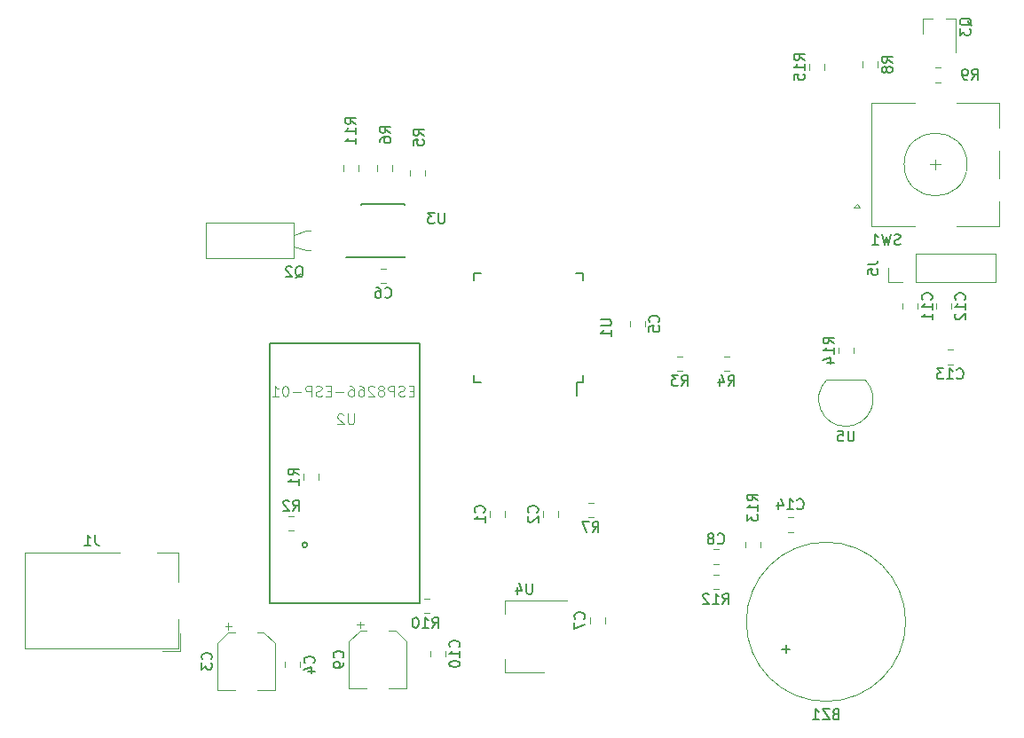
<source format=gbr>
G04 #@! TF.GenerationSoftware,KiCad,Pcbnew,(5.0.1)-3*
G04 #@! TF.CreationDate,2018-11-20T19:11:30+01:00*
G04 #@! TF.ProjectId,WeatherClock,57656174686572436C6F636B2E6B6963,rev?*
G04 #@! TF.SameCoordinates,Original*
G04 #@! TF.FileFunction,Legend,Bot*
G04 #@! TF.FilePolarity,Positive*
%FSLAX46Y46*%
G04 Gerber Fmt 4.6, Leading zero omitted, Abs format (unit mm)*
G04 Created by KiCad (PCBNEW (5.0.1)-3) date 20.11.2018 19:11:30*
%MOMM*%
%LPD*%
G01*
G04 APERTURE LIST*
%ADD10C,0.120000*%
%ADD11C,0.150000*%
%ADD12C,0.200000*%
%ADD13C,0.050000*%
G04 APERTURE END LIST*
D10*
G04 #@! TO.C,C14*
X166108748Y-116407000D02*
X166631252Y-116407000D01*
X166108748Y-114987000D02*
X166631252Y-114987000D01*
G04 #@! TO.C,Q3*
X179014000Y-67415000D02*
X179014000Y-68875000D01*
X182174000Y-67415000D02*
X182174000Y-70575000D01*
X182174000Y-67415000D02*
X181244000Y-67415000D01*
X179014000Y-67415000D02*
X179944000Y-67415000D01*
G04 #@! TO.C,R15*
X169620000Y-71756748D02*
X169620000Y-72279252D01*
X168200000Y-71756748D02*
X168200000Y-72279252D01*
G04 #@! TO.C,U5*
X173503479Y-101881523D02*
G75*
G02X171665001Y-106320001I-1838478J-1838478D01*
G01*
X169826523Y-101881523D02*
G75*
G03X171665001Y-106320001I1838478J-1838478D01*
G01*
X169865001Y-101870001D02*
X173465001Y-101870001D01*
G04 #@! TO.C,R14*
X172405000Y-98798748D02*
X172405000Y-99321252D01*
X170985000Y-98798748D02*
X170985000Y-99321252D01*
G04 #@! TO.C,BZ1*
X177364000Y-124968000D02*
G75*
G03X177364000Y-124968000I-7600000J0D01*
G01*
G04 #@! TO.C,C3*
X112428068Y-125407626D02*
X113053068Y-125407626D01*
X112740568Y-125095126D02*
X112740568Y-125720126D01*
X116121131Y-125960126D02*
X117185568Y-127024563D01*
X112730005Y-125960126D02*
X111665568Y-127024563D01*
X112730005Y-125960126D02*
X113365568Y-125960126D01*
X116121131Y-125960126D02*
X115485568Y-125960126D01*
X117185568Y-127024563D02*
X117185568Y-131480126D01*
X111665568Y-127024563D02*
X111665568Y-131480126D01*
X111665568Y-131480126D02*
X113365568Y-131480126D01*
X117185568Y-131480126D02*
X115485568Y-131480126D01*
G04 #@! TO.C,C9*
X125002500Y-125252500D02*
X125627500Y-125252500D01*
X125315000Y-124940000D02*
X125315000Y-125565000D01*
X128695563Y-125805000D02*
X129760000Y-126869437D01*
X125304437Y-125805000D02*
X124240000Y-126869437D01*
X125304437Y-125805000D02*
X125940000Y-125805000D01*
X128695563Y-125805000D02*
X128060000Y-125805000D01*
X129760000Y-126869437D02*
X129760000Y-131325000D01*
X124240000Y-126869437D02*
X124240000Y-131325000D01*
X124240000Y-131325000D02*
X125940000Y-131325000D01*
X129760000Y-131325000D02*
X128060000Y-131325000D01*
G04 #@! TO.C,C13*
X181348748Y-98985000D02*
X181871252Y-98985000D01*
X181348748Y-100405000D02*
X181871252Y-100405000D01*
G04 #@! TO.C,C12*
X180265000Y-95121252D02*
X180265000Y-94598748D01*
X181685000Y-95121252D02*
X181685000Y-94598748D01*
G04 #@! TO.C,C11*
X177090000Y-95121252D02*
X177090000Y-94598748D01*
X178510000Y-95121252D02*
X178510000Y-94598748D01*
G04 #@! TO.C,R10*
X131960252Y-124154000D02*
X131437748Y-124154000D01*
X131960252Y-122734000D02*
X131437748Y-122734000D01*
G04 #@! TO.C,SW1*
X183220000Y-81320000D02*
G75*
G03X183220000Y-81320000I-3000000J0D01*
G01*
X182220000Y-87220000D02*
X186320000Y-87220000D01*
X186320000Y-75420000D02*
X182220000Y-75420000D01*
X178220000Y-75420000D02*
X174120000Y-75420000D01*
X178220000Y-87220000D02*
X174120000Y-87220000D01*
X174120000Y-87220000D02*
X174120000Y-75420000D01*
X172720000Y-85120000D02*
X172420000Y-85420000D01*
X172420000Y-85420000D02*
X173020000Y-85420000D01*
X173020000Y-85420000D02*
X172720000Y-85120000D01*
X186320000Y-87220000D02*
X186320000Y-84820000D01*
X186320000Y-82620000D02*
X186320000Y-80020000D01*
X186320000Y-77820000D02*
X186320000Y-75420000D01*
X180220000Y-81820000D02*
X180220000Y-80820000D01*
X179720000Y-81320000D02*
X180720000Y-81320000D01*
G04 #@! TO.C,U4*
X145095000Y-122955000D02*
X139085000Y-122955000D01*
X142845000Y-129775000D02*
X139085000Y-129775000D01*
X139085000Y-122955000D02*
X139085000Y-124215000D01*
X139085000Y-129775000D02*
X139085000Y-128515000D01*
G04 #@! TO.C,C10*
X132005000Y-128286252D02*
X132005000Y-127763748D01*
X133425000Y-128286252D02*
X133425000Y-127763748D01*
G04 #@! TO.C,C7*
X148665000Y-124588748D02*
X148665000Y-125111252D01*
X147245000Y-124588748D02*
X147245000Y-125111252D01*
G04 #@! TO.C,C8*
X159528252Y-119455000D02*
X159005748Y-119455000D01*
X159528252Y-118035000D02*
X159005748Y-118035000D01*
G04 #@! TO.C,J5*
X175708000Y-91186000D02*
X175708000Y-92516000D01*
X175708000Y-92516000D02*
X177038000Y-92516000D01*
X178308000Y-92516000D02*
X185988000Y-92516000D01*
X185988000Y-89856000D02*
X185988000Y-92516000D01*
X178308000Y-89856000D02*
X185988000Y-89856000D01*
X178308000Y-89856000D02*
X178308000Y-92516000D01*
G04 #@! TO.C,R12*
X159005748Y-120448000D02*
X159528252Y-120448000D01*
X159005748Y-121868000D02*
X159528252Y-121868000D01*
G04 #@! TO.C,R13*
X162104000Y-117863252D02*
X162104000Y-117340748D01*
X163524000Y-117863252D02*
X163524000Y-117340748D01*
G04 #@! TO.C,C5*
X151055000Y-96781252D02*
X151055000Y-96258748D01*
X152475000Y-96781252D02*
X152475000Y-96258748D01*
G04 #@! TO.C,C4*
X118160568Y-129321378D02*
X118160568Y-128798874D01*
X119580568Y-129321378D02*
X119580568Y-128798874D01*
G04 #@! TO.C,C6*
X127255748Y-91238000D02*
X127778252Y-91238000D01*
X127255748Y-92658000D02*
X127778252Y-92658000D01*
G04 #@! TO.C,J1*
X108180000Y-127777000D02*
X108180000Y-126037000D01*
X106440000Y-127777000D02*
X108180000Y-127777000D01*
X107940000Y-118337000D02*
X105940000Y-118337000D01*
X107940000Y-121137000D02*
X107940000Y-118337000D01*
X107940000Y-127537000D02*
X107940000Y-124737000D01*
X93340000Y-127537000D02*
X107940000Y-127537000D01*
X93340000Y-118337000D02*
X93340000Y-127537000D01*
X102340000Y-118337000D02*
X93340000Y-118337000D01*
G04 #@! TO.C,Q2*
X120135000Y-87630000D02*
X120585000Y-87630000D01*
X118985000Y-88035000D02*
X120135000Y-87630000D01*
X120135000Y-89530000D02*
X120585000Y-89530000D01*
X118985000Y-89125000D02*
X120135000Y-89530000D01*
X118985000Y-86880000D02*
X118985000Y-90280000D01*
X110585000Y-86880000D02*
X118985000Y-86880000D01*
X110585000Y-90280000D02*
X110585000Y-86880000D01*
X118985000Y-90280000D02*
X110585000Y-90280000D01*
D11*
G04 #@! TO.C,U3*
X125400000Y-90155000D02*
X124000000Y-90155000D01*
X125400000Y-85055000D02*
X129550000Y-85055000D01*
X125400000Y-90205000D02*
X129550000Y-90205000D01*
X125400000Y-85055000D02*
X125400000Y-85200000D01*
X129550000Y-85055000D02*
X129550000Y-85200000D01*
X129550000Y-90205000D02*
X129550000Y-90060000D01*
X125400000Y-90205000D02*
X125400000Y-90155000D01*
D10*
G04 #@! TO.C,R11*
X125170000Y-81408748D02*
X125170000Y-81931252D01*
X123750000Y-81408748D02*
X123750000Y-81931252D01*
G04 #@! TO.C,R5*
X131520000Y-81898748D02*
X131520000Y-82421252D01*
X130100000Y-81898748D02*
X130100000Y-82421252D01*
G04 #@! TO.C,R6*
X128345000Y-81408748D02*
X128345000Y-81931252D01*
X126925000Y-81408748D02*
X126925000Y-81931252D01*
G04 #@! TO.C,R7*
X147049748Y-113590000D02*
X147572252Y-113590000D01*
X147049748Y-115010000D02*
X147572252Y-115010000D01*
G04 #@! TO.C,R8*
X173280000Y-72025252D02*
X173280000Y-71502748D01*
X174700000Y-72025252D02*
X174700000Y-71502748D01*
G04 #@! TO.C,R9*
X180728252Y-73481000D02*
X180205748Y-73481000D01*
X180728252Y-72061000D02*
X180205748Y-72061000D01*
G04 #@! TO.C,R4*
X160003748Y-99620000D02*
X160526252Y-99620000D01*
X160003748Y-101040000D02*
X160526252Y-101040000D01*
G04 #@! TO.C,R3*
X155558748Y-99620000D02*
X156081252Y-99620000D01*
X155558748Y-101040000D02*
X156081252Y-101040000D01*
G04 #@! TO.C,R2*
X119006252Y-116280000D02*
X118483748Y-116280000D01*
X119006252Y-114860000D02*
X118483748Y-114860000D01*
G04 #@! TO.C,R1*
X121360000Y-110863748D02*
X121360000Y-111386252D01*
X119940000Y-110863748D02*
X119940000Y-111386252D01*
G04 #@! TO.C,C2*
X144220000Y-114428748D02*
X144220000Y-114951252D01*
X142800000Y-114428748D02*
X142800000Y-114951252D01*
G04 #@! TO.C,C1*
X139140000Y-114428748D02*
X139140000Y-114951252D01*
X137720000Y-114428748D02*
X137720000Y-114951252D01*
D12*
G04 #@! TO.C,U2*
X120275000Y-117630000D02*
G75*
G03X120275000Y-117630000I-250000J0D01*
G01*
X116675000Y-123190000D02*
X130975000Y-123190000D01*
X116675000Y-98380000D02*
X116675000Y-123190000D01*
X130975000Y-98380000D02*
X116675000Y-98380000D01*
X130975000Y-123190000D02*
X130975000Y-98380000D01*
D11*
G04 #@! TO.C,U1*
X145965001Y-102070001D02*
X145965001Y-103345001D01*
X146540001Y-91720001D02*
X146540001Y-92395001D01*
X136190001Y-91720001D02*
X136190001Y-92395001D01*
X136190001Y-102070001D02*
X136190001Y-101395001D01*
X146540001Y-102070001D02*
X146540001Y-101395001D01*
X136190001Y-102070001D02*
X136865001Y-102070001D01*
X136190001Y-91720001D02*
X136865001Y-91720001D01*
X146540001Y-91720001D02*
X145865001Y-91720001D01*
X146540001Y-102070001D02*
X145965001Y-102070001D01*
G04 #@! TO.C,C14*
X167012857Y-114149142D02*
X167060476Y-114196761D01*
X167203333Y-114244380D01*
X167298571Y-114244380D01*
X167441428Y-114196761D01*
X167536666Y-114101523D01*
X167584285Y-114006285D01*
X167631904Y-113815809D01*
X167631904Y-113672952D01*
X167584285Y-113482476D01*
X167536666Y-113387238D01*
X167441428Y-113292000D01*
X167298571Y-113244380D01*
X167203333Y-113244380D01*
X167060476Y-113292000D01*
X167012857Y-113339619D01*
X166060476Y-114244380D02*
X166631904Y-114244380D01*
X166346190Y-114244380D02*
X166346190Y-113244380D01*
X166441428Y-113387238D01*
X166536666Y-113482476D01*
X166631904Y-113530095D01*
X165203333Y-113577714D02*
X165203333Y-114244380D01*
X165441428Y-113196761D02*
X165679523Y-113911047D01*
X165060476Y-113911047D01*
G04 #@! TO.C,Q3*
X183641619Y-68079761D02*
X183594000Y-67984523D01*
X183498761Y-67889285D01*
X183355904Y-67746428D01*
X183308285Y-67651190D01*
X183308285Y-67555952D01*
X183546380Y-67603571D02*
X183498761Y-67508333D01*
X183403523Y-67413095D01*
X183213047Y-67365476D01*
X182879714Y-67365476D01*
X182689238Y-67413095D01*
X182594000Y-67508333D01*
X182546380Y-67603571D01*
X182546380Y-67794047D01*
X182594000Y-67889285D01*
X182689238Y-67984523D01*
X182879714Y-68032142D01*
X183213047Y-68032142D01*
X183403523Y-67984523D01*
X183498761Y-67889285D01*
X183546380Y-67794047D01*
X183546380Y-67603571D01*
X182546380Y-68365476D02*
X182546380Y-68984523D01*
X182927333Y-68651190D01*
X182927333Y-68794047D01*
X182974952Y-68889285D01*
X183022571Y-68936904D01*
X183117809Y-68984523D01*
X183355904Y-68984523D01*
X183451142Y-68936904D01*
X183498761Y-68889285D01*
X183546380Y-68794047D01*
X183546380Y-68508333D01*
X183498761Y-68413095D01*
X183451142Y-68365476D01*
G04 #@! TO.C,R15*
X167712380Y-71375142D02*
X167236190Y-71041809D01*
X167712380Y-70803714D02*
X166712380Y-70803714D01*
X166712380Y-71184666D01*
X166760000Y-71279904D01*
X166807619Y-71327523D01*
X166902857Y-71375142D01*
X167045714Y-71375142D01*
X167140952Y-71327523D01*
X167188571Y-71279904D01*
X167236190Y-71184666D01*
X167236190Y-70803714D01*
X167712380Y-72327523D02*
X167712380Y-71756095D01*
X167712380Y-72041809D02*
X166712380Y-72041809D01*
X166855238Y-71946571D01*
X166950476Y-71851333D01*
X166998095Y-71756095D01*
X166712380Y-73232285D02*
X166712380Y-72756095D01*
X167188571Y-72708476D01*
X167140952Y-72756095D01*
X167093333Y-72851333D01*
X167093333Y-73089428D01*
X167140952Y-73184666D01*
X167188571Y-73232285D01*
X167283809Y-73279904D01*
X167521904Y-73279904D01*
X167617142Y-73232285D01*
X167664761Y-73184666D01*
X167712380Y-73089428D01*
X167712380Y-72851333D01*
X167664761Y-72756095D01*
X167617142Y-72708476D01*
G04 #@! TO.C,U5*
X172426905Y-106732381D02*
X172426905Y-107541905D01*
X172379286Y-107637143D01*
X172331667Y-107684762D01*
X172236429Y-107732381D01*
X172045953Y-107732381D01*
X171950715Y-107684762D01*
X171903096Y-107637143D01*
X171855477Y-107541905D01*
X171855477Y-106732381D01*
X170903096Y-106732381D02*
X171379286Y-106732381D01*
X171426905Y-107208572D01*
X171379286Y-107160953D01*
X171284048Y-107113334D01*
X171045953Y-107113334D01*
X170950715Y-107160953D01*
X170903096Y-107208572D01*
X170855477Y-107303810D01*
X170855477Y-107541905D01*
X170903096Y-107637143D01*
X170950715Y-107684762D01*
X171045953Y-107732381D01*
X171284048Y-107732381D01*
X171379286Y-107684762D01*
X171426905Y-107637143D01*
G04 #@! TO.C,R14*
X170497380Y-98417142D02*
X170021190Y-98083809D01*
X170497380Y-97845714D02*
X169497380Y-97845714D01*
X169497380Y-98226666D01*
X169545000Y-98321904D01*
X169592619Y-98369523D01*
X169687857Y-98417142D01*
X169830714Y-98417142D01*
X169925952Y-98369523D01*
X169973571Y-98321904D01*
X170021190Y-98226666D01*
X170021190Y-97845714D01*
X170497380Y-99369523D02*
X170497380Y-98798095D01*
X170497380Y-99083809D02*
X169497380Y-99083809D01*
X169640238Y-98988571D01*
X169735476Y-98893333D01*
X169783095Y-98798095D01*
X169830714Y-100226666D02*
X170497380Y-100226666D01*
X169449761Y-99988571D02*
X170164047Y-99750476D01*
X170164047Y-100369523D01*
G04 #@! TO.C,BZ1*
X170654952Y-133786571D02*
X170512095Y-133834190D01*
X170464476Y-133881809D01*
X170416857Y-133977047D01*
X170416857Y-134119904D01*
X170464476Y-134215142D01*
X170512095Y-134262761D01*
X170607333Y-134310380D01*
X170988285Y-134310380D01*
X170988285Y-133310380D01*
X170654952Y-133310380D01*
X170559714Y-133358000D01*
X170512095Y-133405619D01*
X170464476Y-133500857D01*
X170464476Y-133596095D01*
X170512095Y-133691333D01*
X170559714Y-133738952D01*
X170654952Y-133786571D01*
X170988285Y-133786571D01*
X170083523Y-133310380D02*
X169416857Y-133310380D01*
X170083523Y-134310380D01*
X169416857Y-134310380D01*
X168512095Y-134310380D02*
X169083523Y-134310380D01*
X168797809Y-134310380D02*
X168797809Y-133310380D01*
X168893047Y-133453238D01*
X168988285Y-133548476D01*
X169083523Y-133596095D01*
X166334952Y-127579428D02*
X165573047Y-127579428D01*
X165954000Y-127960380D02*
X165954000Y-127198476D01*
G04 #@! TO.C,C3*
X111082710Y-128553459D02*
X111130329Y-128505840D01*
X111177948Y-128362983D01*
X111177948Y-128267745D01*
X111130329Y-128124887D01*
X111035091Y-128029649D01*
X110939853Y-127982030D01*
X110749377Y-127934411D01*
X110606520Y-127934411D01*
X110416044Y-127982030D01*
X110320806Y-128029649D01*
X110225568Y-128124887D01*
X110177948Y-128267745D01*
X110177948Y-128362983D01*
X110225568Y-128505840D01*
X110273187Y-128553459D01*
X110177948Y-128886792D02*
X110177948Y-129505840D01*
X110558901Y-129172506D01*
X110558901Y-129315364D01*
X110606520Y-129410602D01*
X110654139Y-129458221D01*
X110749377Y-129505840D01*
X110987472Y-129505840D01*
X111082710Y-129458221D01*
X111130329Y-129410602D01*
X111177948Y-129315364D01*
X111177948Y-129029649D01*
X111130329Y-128934411D01*
X111082710Y-128886792D01*
G04 #@! TO.C,C9*
X123657142Y-128398333D02*
X123704761Y-128350714D01*
X123752380Y-128207857D01*
X123752380Y-128112619D01*
X123704761Y-127969761D01*
X123609523Y-127874523D01*
X123514285Y-127826904D01*
X123323809Y-127779285D01*
X123180952Y-127779285D01*
X122990476Y-127826904D01*
X122895238Y-127874523D01*
X122800000Y-127969761D01*
X122752380Y-128112619D01*
X122752380Y-128207857D01*
X122800000Y-128350714D01*
X122847619Y-128398333D01*
X123752380Y-128874523D02*
X123752380Y-129065000D01*
X123704761Y-129160238D01*
X123657142Y-129207857D01*
X123514285Y-129303095D01*
X123323809Y-129350714D01*
X122942857Y-129350714D01*
X122847619Y-129303095D01*
X122800000Y-129255476D01*
X122752380Y-129160238D01*
X122752380Y-128969761D01*
X122800000Y-128874523D01*
X122847619Y-128826904D01*
X122942857Y-128779285D01*
X123180952Y-128779285D01*
X123276190Y-128826904D01*
X123323809Y-128874523D01*
X123371428Y-128969761D01*
X123371428Y-129160238D01*
X123323809Y-129255476D01*
X123276190Y-129303095D01*
X123180952Y-129350714D01*
G04 #@! TO.C,C13*
X182252857Y-101702142D02*
X182300476Y-101749761D01*
X182443333Y-101797380D01*
X182538571Y-101797380D01*
X182681428Y-101749761D01*
X182776666Y-101654523D01*
X182824285Y-101559285D01*
X182871904Y-101368809D01*
X182871904Y-101225952D01*
X182824285Y-101035476D01*
X182776666Y-100940238D01*
X182681428Y-100845000D01*
X182538571Y-100797380D01*
X182443333Y-100797380D01*
X182300476Y-100845000D01*
X182252857Y-100892619D01*
X181300476Y-101797380D02*
X181871904Y-101797380D01*
X181586190Y-101797380D02*
X181586190Y-100797380D01*
X181681428Y-100940238D01*
X181776666Y-101035476D01*
X181871904Y-101083095D01*
X180967142Y-100797380D02*
X180348095Y-100797380D01*
X180681428Y-101178333D01*
X180538571Y-101178333D01*
X180443333Y-101225952D01*
X180395714Y-101273571D01*
X180348095Y-101368809D01*
X180348095Y-101606904D01*
X180395714Y-101702142D01*
X180443333Y-101749761D01*
X180538571Y-101797380D01*
X180824285Y-101797380D01*
X180919523Y-101749761D01*
X180967142Y-101702142D01*
G04 #@! TO.C,C12*
X182982142Y-94217142D02*
X183029761Y-94169523D01*
X183077380Y-94026666D01*
X183077380Y-93931428D01*
X183029761Y-93788571D01*
X182934523Y-93693333D01*
X182839285Y-93645714D01*
X182648809Y-93598095D01*
X182505952Y-93598095D01*
X182315476Y-93645714D01*
X182220238Y-93693333D01*
X182125000Y-93788571D01*
X182077380Y-93931428D01*
X182077380Y-94026666D01*
X182125000Y-94169523D01*
X182172619Y-94217142D01*
X183077380Y-95169523D02*
X183077380Y-94598095D01*
X183077380Y-94883809D02*
X182077380Y-94883809D01*
X182220238Y-94788571D01*
X182315476Y-94693333D01*
X182363095Y-94598095D01*
X182172619Y-95550476D02*
X182125000Y-95598095D01*
X182077380Y-95693333D01*
X182077380Y-95931428D01*
X182125000Y-96026666D01*
X182172619Y-96074285D01*
X182267857Y-96121904D01*
X182363095Y-96121904D01*
X182505952Y-96074285D01*
X183077380Y-95502857D01*
X183077380Y-96121904D01*
G04 #@! TO.C,C11*
X179807142Y-94217142D02*
X179854761Y-94169523D01*
X179902380Y-94026666D01*
X179902380Y-93931428D01*
X179854761Y-93788571D01*
X179759523Y-93693333D01*
X179664285Y-93645714D01*
X179473809Y-93598095D01*
X179330952Y-93598095D01*
X179140476Y-93645714D01*
X179045238Y-93693333D01*
X178950000Y-93788571D01*
X178902380Y-93931428D01*
X178902380Y-94026666D01*
X178950000Y-94169523D01*
X178997619Y-94217142D01*
X179902380Y-95169523D02*
X179902380Y-94598095D01*
X179902380Y-94883809D02*
X178902380Y-94883809D01*
X179045238Y-94788571D01*
X179140476Y-94693333D01*
X179188095Y-94598095D01*
X179902380Y-96121904D02*
X179902380Y-95550476D01*
X179902380Y-95836190D02*
X178902380Y-95836190D01*
X179045238Y-95740952D01*
X179140476Y-95645714D01*
X179188095Y-95550476D01*
G04 #@! TO.C,R10*
X132214857Y-125547380D02*
X132548190Y-125071190D01*
X132786285Y-125547380D02*
X132786285Y-124547380D01*
X132405333Y-124547380D01*
X132310095Y-124595000D01*
X132262476Y-124642619D01*
X132214857Y-124737857D01*
X132214857Y-124880714D01*
X132262476Y-124975952D01*
X132310095Y-125023571D01*
X132405333Y-125071190D01*
X132786285Y-125071190D01*
X131262476Y-125547380D02*
X131833904Y-125547380D01*
X131548190Y-125547380D02*
X131548190Y-124547380D01*
X131643428Y-124690238D01*
X131738666Y-124785476D01*
X131833904Y-124833095D01*
X130643428Y-124547380D02*
X130548190Y-124547380D01*
X130452952Y-124595000D01*
X130405333Y-124642619D01*
X130357714Y-124737857D01*
X130310095Y-124928333D01*
X130310095Y-125166428D01*
X130357714Y-125356904D01*
X130405333Y-125452142D01*
X130452952Y-125499761D01*
X130548190Y-125547380D01*
X130643428Y-125547380D01*
X130738666Y-125499761D01*
X130786285Y-125452142D01*
X130833904Y-125356904D01*
X130881523Y-125166428D01*
X130881523Y-124928333D01*
X130833904Y-124737857D01*
X130786285Y-124642619D01*
X130738666Y-124595000D01*
X130643428Y-124547380D01*
G04 #@! TO.C,SW1*
X176853333Y-88924761D02*
X176710476Y-88972380D01*
X176472380Y-88972380D01*
X176377142Y-88924761D01*
X176329523Y-88877142D01*
X176281904Y-88781904D01*
X176281904Y-88686666D01*
X176329523Y-88591428D01*
X176377142Y-88543809D01*
X176472380Y-88496190D01*
X176662857Y-88448571D01*
X176758095Y-88400952D01*
X176805714Y-88353333D01*
X176853333Y-88258095D01*
X176853333Y-88162857D01*
X176805714Y-88067619D01*
X176758095Y-88020000D01*
X176662857Y-87972380D01*
X176424761Y-87972380D01*
X176281904Y-88020000D01*
X175948571Y-87972380D02*
X175710476Y-88972380D01*
X175520000Y-88258095D01*
X175329523Y-88972380D01*
X175091428Y-87972380D01*
X174186666Y-88972380D02*
X174758095Y-88972380D01*
X174472380Y-88972380D02*
X174472380Y-87972380D01*
X174567619Y-88115238D01*
X174662857Y-88210476D01*
X174758095Y-88258095D01*
G04 #@! TO.C,U4*
X141756904Y-121317380D02*
X141756904Y-122126904D01*
X141709285Y-122222142D01*
X141661666Y-122269761D01*
X141566428Y-122317380D01*
X141375952Y-122317380D01*
X141280714Y-122269761D01*
X141233095Y-122222142D01*
X141185476Y-122126904D01*
X141185476Y-121317380D01*
X140280714Y-121650714D02*
X140280714Y-122317380D01*
X140518809Y-121269761D02*
X140756904Y-121984047D01*
X140137857Y-121984047D01*
G04 #@! TO.C,C10*
X134722142Y-127382142D02*
X134769761Y-127334523D01*
X134817380Y-127191666D01*
X134817380Y-127096428D01*
X134769761Y-126953571D01*
X134674523Y-126858333D01*
X134579285Y-126810714D01*
X134388809Y-126763095D01*
X134245952Y-126763095D01*
X134055476Y-126810714D01*
X133960238Y-126858333D01*
X133865000Y-126953571D01*
X133817380Y-127096428D01*
X133817380Y-127191666D01*
X133865000Y-127334523D01*
X133912619Y-127382142D01*
X134817380Y-128334523D02*
X134817380Y-127763095D01*
X134817380Y-128048809D02*
X133817380Y-128048809D01*
X133960238Y-127953571D01*
X134055476Y-127858333D01*
X134103095Y-127763095D01*
X133817380Y-128953571D02*
X133817380Y-129048809D01*
X133865000Y-129144047D01*
X133912619Y-129191666D01*
X134007857Y-129239285D01*
X134198333Y-129286904D01*
X134436428Y-129286904D01*
X134626904Y-129239285D01*
X134722142Y-129191666D01*
X134769761Y-129144047D01*
X134817380Y-129048809D01*
X134817380Y-128953571D01*
X134769761Y-128858333D01*
X134722142Y-128810714D01*
X134626904Y-128763095D01*
X134436428Y-128715476D01*
X134198333Y-128715476D01*
X134007857Y-128763095D01*
X133912619Y-128810714D01*
X133865000Y-128858333D01*
X133817380Y-128953571D01*
G04 #@! TO.C,C7*
X146662142Y-124683333D02*
X146709761Y-124635714D01*
X146757380Y-124492857D01*
X146757380Y-124397619D01*
X146709761Y-124254761D01*
X146614523Y-124159523D01*
X146519285Y-124111904D01*
X146328809Y-124064285D01*
X146185952Y-124064285D01*
X145995476Y-124111904D01*
X145900238Y-124159523D01*
X145805000Y-124254761D01*
X145757380Y-124397619D01*
X145757380Y-124492857D01*
X145805000Y-124635714D01*
X145852619Y-124683333D01*
X145757380Y-125016666D02*
X145757380Y-125683333D01*
X146757380Y-125254761D01*
G04 #@! TO.C,C8*
X159433666Y-117452142D02*
X159481285Y-117499761D01*
X159624142Y-117547380D01*
X159719380Y-117547380D01*
X159862238Y-117499761D01*
X159957476Y-117404523D01*
X160005095Y-117309285D01*
X160052714Y-117118809D01*
X160052714Y-116975952D01*
X160005095Y-116785476D01*
X159957476Y-116690238D01*
X159862238Y-116595000D01*
X159719380Y-116547380D01*
X159624142Y-116547380D01*
X159481285Y-116595000D01*
X159433666Y-116642619D01*
X158862238Y-116975952D02*
X158957476Y-116928333D01*
X159005095Y-116880714D01*
X159052714Y-116785476D01*
X159052714Y-116737857D01*
X159005095Y-116642619D01*
X158957476Y-116595000D01*
X158862238Y-116547380D01*
X158671761Y-116547380D01*
X158576523Y-116595000D01*
X158528904Y-116642619D01*
X158481285Y-116737857D01*
X158481285Y-116785476D01*
X158528904Y-116880714D01*
X158576523Y-116928333D01*
X158671761Y-116975952D01*
X158862238Y-116975952D01*
X158957476Y-117023571D01*
X159005095Y-117071190D01*
X159052714Y-117166428D01*
X159052714Y-117356904D01*
X159005095Y-117452142D01*
X158957476Y-117499761D01*
X158862238Y-117547380D01*
X158671761Y-117547380D01*
X158576523Y-117499761D01*
X158528904Y-117452142D01*
X158481285Y-117356904D01*
X158481285Y-117166428D01*
X158528904Y-117071190D01*
X158576523Y-117023571D01*
X158671761Y-116975952D01*
G04 #@! TO.C,J5*
X173720380Y-90852666D02*
X174434666Y-90852666D01*
X174577523Y-90805047D01*
X174672761Y-90709809D01*
X174720380Y-90566952D01*
X174720380Y-90471714D01*
X173720380Y-91805047D02*
X173720380Y-91328857D01*
X174196571Y-91281238D01*
X174148952Y-91328857D01*
X174101333Y-91424095D01*
X174101333Y-91662190D01*
X174148952Y-91757428D01*
X174196571Y-91805047D01*
X174291809Y-91852666D01*
X174529904Y-91852666D01*
X174625142Y-91805047D01*
X174672761Y-91757428D01*
X174720380Y-91662190D01*
X174720380Y-91424095D01*
X174672761Y-91328857D01*
X174625142Y-91281238D01*
G04 #@! TO.C,R12*
X159909857Y-123260380D02*
X160243190Y-122784190D01*
X160481285Y-123260380D02*
X160481285Y-122260380D01*
X160100333Y-122260380D01*
X160005095Y-122308000D01*
X159957476Y-122355619D01*
X159909857Y-122450857D01*
X159909857Y-122593714D01*
X159957476Y-122688952D01*
X160005095Y-122736571D01*
X160100333Y-122784190D01*
X160481285Y-122784190D01*
X158957476Y-123260380D02*
X159528904Y-123260380D01*
X159243190Y-123260380D02*
X159243190Y-122260380D01*
X159338428Y-122403238D01*
X159433666Y-122498476D01*
X159528904Y-122546095D01*
X158576523Y-122355619D02*
X158528904Y-122308000D01*
X158433666Y-122260380D01*
X158195571Y-122260380D01*
X158100333Y-122308000D01*
X158052714Y-122355619D01*
X158005095Y-122450857D01*
X158005095Y-122546095D01*
X158052714Y-122688952D01*
X158624142Y-123260380D01*
X158005095Y-123260380D01*
G04 #@! TO.C,R13*
X163266380Y-113403142D02*
X162790190Y-113069809D01*
X163266380Y-112831714D02*
X162266380Y-112831714D01*
X162266380Y-113212666D01*
X162314000Y-113307904D01*
X162361619Y-113355523D01*
X162456857Y-113403142D01*
X162599714Y-113403142D01*
X162694952Y-113355523D01*
X162742571Y-113307904D01*
X162790190Y-113212666D01*
X162790190Y-112831714D01*
X163266380Y-114355523D02*
X163266380Y-113784095D01*
X163266380Y-114069809D02*
X162266380Y-114069809D01*
X162409238Y-113974571D01*
X162504476Y-113879333D01*
X162552095Y-113784095D01*
X162266380Y-114688857D02*
X162266380Y-115307904D01*
X162647333Y-114974571D01*
X162647333Y-115117428D01*
X162694952Y-115212666D01*
X162742571Y-115260285D01*
X162837809Y-115307904D01*
X163075904Y-115307904D01*
X163171142Y-115260285D01*
X163218761Y-115212666D01*
X163266380Y-115117428D01*
X163266380Y-114831714D01*
X163218761Y-114736476D01*
X163171142Y-114688857D01*
G04 #@! TO.C,C5*
X153772142Y-96353333D02*
X153819761Y-96305714D01*
X153867380Y-96162857D01*
X153867380Y-96067619D01*
X153819761Y-95924761D01*
X153724523Y-95829523D01*
X153629285Y-95781904D01*
X153438809Y-95734285D01*
X153295952Y-95734285D01*
X153105476Y-95781904D01*
X153010238Y-95829523D01*
X152915000Y-95924761D01*
X152867380Y-96067619D01*
X152867380Y-96162857D01*
X152915000Y-96305714D01*
X152962619Y-96353333D01*
X152867380Y-97258095D02*
X152867380Y-96781904D01*
X153343571Y-96734285D01*
X153295952Y-96781904D01*
X153248333Y-96877142D01*
X153248333Y-97115238D01*
X153295952Y-97210476D01*
X153343571Y-97258095D01*
X153438809Y-97305714D01*
X153676904Y-97305714D01*
X153772142Y-97258095D01*
X153819761Y-97210476D01*
X153867380Y-97115238D01*
X153867380Y-96877142D01*
X153819761Y-96781904D01*
X153772142Y-96734285D01*
G04 #@! TO.C,C4*
X120877710Y-128893459D02*
X120925329Y-128845840D01*
X120972948Y-128702983D01*
X120972948Y-128607745D01*
X120925329Y-128464887D01*
X120830091Y-128369649D01*
X120734853Y-128322030D01*
X120544377Y-128274411D01*
X120401520Y-128274411D01*
X120211044Y-128322030D01*
X120115806Y-128369649D01*
X120020568Y-128464887D01*
X119972948Y-128607745D01*
X119972948Y-128702983D01*
X120020568Y-128845840D01*
X120068187Y-128893459D01*
X120306282Y-129750602D02*
X120972948Y-129750602D01*
X119925329Y-129512506D02*
X120639615Y-129274411D01*
X120639615Y-129893459D01*
G04 #@! TO.C,C6*
X127683666Y-93955142D02*
X127731285Y-94002761D01*
X127874142Y-94050380D01*
X127969380Y-94050380D01*
X128112238Y-94002761D01*
X128207476Y-93907523D01*
X128255095Y-93812285D01*
X128302714Y-93621809D01*
X128302714Y-93478952D01*
X128255095Y-93288476D01*
X128207476Y-93193238D01*
X128112238Y-93098000D01*
X127969380Y-93050380D01*
X127874142Y-93050380D01*
X127731285Y-93098000D01*
X127683666Y-93145619D01*
X126826523Y-93050380D02*
X127017000Y-93050380D01*
X127112238Y-93098000D01*
X127159857Y-93145619D01*
X127255095Y-93288476D01*
X127302714Y-93478952D01*
X127302714Y-93859904D01*
X127255095Y-93955142D01*
X127207476Y-94002761D01*
X127112238Y-94050380D01*
X126921761Y-94050380D01*
X126826523Y-94002761D01*
X126778904Y-93955142D01*
X126731285Y-93859904D01*
X126731285Y-93621809D01*
X126778904Y-93526571D01*
X126826523Y-93478952D01*
X126921761Y-93431333D01*
X127112238Y-93431333D01*
X127207476Y-93478952D01*
X127255095Y-93526571D01*
X127302714Y-93621809D01*
G04 #@! TO.C,J1*
X100028333Y-116673380D02*
X100028333Y-117387666D01*
X100075952Y-117530523D01*
X100171190Y-117625761D01*
X100314047Y-117673380D01*
X100409285Y-117673380D01*
X99028333Y-117673380D02*
X99599761Y-117673380D01*
X99314047Y-117673380D02*
X99314047Y-116673380D01*
X99409285Y-116816238D01*
X99504523Y-116911476D01*
X99599761Y-116959095D01*
G04 #@! TO.C,Q2*
X119130238Y-92147619D02*
X119225476Y-92100000D01*
X119320714Y-92004761D01*
X119463571Y-91861904D01*
X119558809Y-91814285D01*
X119654047Y-91814285D01*
X119606428Y-92052380D02*
X119701666Y-92004761D01*
X119796904Y-91909523D01*
X119844523Y-91719047D01*
X119844523Y-91385714D01*
X119796904Y-91195238D01*
X119701666Y-91100000D01*
X119606428Y-91052380D01*
X119415952Y-91052380D01*
X119320714Y-91100000D01*
X119225476Y-91195238D01*
X119177857Y-91385714D01*
X119177857Y-91719047D01*
X119225476Y-91909523D01*
X119320714Y-92004761D01*
X119415952Y-92052380D01*
X119606428Y-92052380D01*
X118796904Y-91147619D02*
X118749285Y-91100000D01*
X118654047Y-91052380D01*
X118415952Y-91052380D01*
X118320714Y-91100000D01*
X118273095Y-91147619D01*
X118225476Y-91242857D01*
X118225476Y-91338095D01*
X118273095Y-91480952D01*
X118844523Y-92052380D01*
X118225476Y-92052380D01*
G04 #@! TO.C,U3*
X133349904Y-85939380D02*
X133349904Y-86748904D01*
X133302285Y-86844142D01*
X133254666Y-86891761D01*
X133159428Y-86939380D01*
X132968952Y-86939380D01*
X132873714Y-86891761D01*
X132826095Y-86844142D01*
X132778476Y-86748904D01*
X132778476Y-85939380D01*
X132397523Y-85939380D02*
X131778476Y-85939380D01*
X132111809Y-86320333D01*
X131968952Y-86320333D01*
X131873714Y-86367952D01*
X131826095Y-86415571D01*
X131778476Y-86510809D01*
X131778476Y-86748904D01*
X131826095Y-86844142D01*
X131873714Y-86891761D01*
X131968952Y-86939380D01*
X132254666Y-86939380D01*
X132349904Y-86891761D01*
X132397523Y-86844142D01*
G04 #@! TO.C,R11*
X124912380Y-77462142D02*
X124436190Y-77128809D01*
X124912380Y-76890714D02*
X123912380Y-76890714D01*
X123912380Y-77271666D01*
X123960000Y-77366904D01*
X124007619Y-77414523D01*
X124102857Y-77462142D01*
X124245714Y-77462142D01*
X124340952Y-77414523D01*
X124388571Y-77366904D01*
X124436190Y-77271666D01*
X124436190Y-76890714D01*
X124912380Y-78414523D02*
X124912380Y-77843095D01*
X124912380Y-78128809D02*
X123912380Y-78128809D01*
X124055238Y-78033571D01*
X124150476Y-77938333D01*
X124198095Y-77843095D01*
X124912380Y-79366904D02*
X124912380Y-78795476D01*
X124912380Y-79081190D02*
X123912380Y-79081190D01*
X124055238Y-78985952D01*
X124150476Y-78890714D01*
X124198095Y-78795476D01*
G04 #@! TO.C,R5*
X131389380Y-78573333D02*
X130913190Y-78240000D01*
X131389380Y-78001904D02*
X130389380Y-78001904D01*
X130389380Y-78382857D01*
X130437000Y-78478095D01*
X130484619Y-78525714D01*
X130579857Y-78573333D01*
X130722714Y-78573333D01*
X130817952Y-78525714D01*
X130865571Y-78478095D01*
X130913190Y-78382857D01*
X130913190Y-78001904D01*
X130389380Y-79478095D02*
X130389380Y-79001904D01*
X130865571Y-78954285D01*
X130817952Y-79001904D01*
X130770333Y-79097142D01*
X130770333Y-79335238D01*
X130817952Y-79430476D01*
X130865571Y-79478095D01*
X130960809Y-79525714D01*
X131198904Y-79525714D01*
X131294142Y-79478095D01*
X131341761Y-79430476D01*
X131389380Y-79335238D01*
X131389380Y-79097142D01*
X131341761Y-79001904D01*
X131294142Y-78954285D01*
G04 #@! TO.C,R6*
X128214380Y-78319333D02*
X127738190Y-77986000D01*
X128214380Y-77747904D02*
X127214380Y-77747904D01*
X127214380Y-78128857D01*
X127262000Y-78224095D01*
X127309619Y-78271714D01*
X127404857Y-78319333D01*
X127547714Y-78319333D01*
X127642952Y-78271714D01*
X127690571Y-78224095D01*
X127738190Y-78128857D01*
X127738190Y-77747904D01*
X127214380Y-79176476D02*
X127214380Y-78986000D01*
X127262000Y-78890761D01*
X127309619Y-78843142D01*
X127452476Y-78747904D01*
X127642952Y-78700285D01*
X128023904Y-78700285D01*
X128119142Y-78747904D01*
X128166761Y-78795523D01*
X128214380Y-78890761D01*
X128214380Y-79081238D01*
X128166761Y-79176476D01*
X128119142Y-79224095D01*
X128023904Y-79271714D01*
X127785809Y-79271714D01*
X127690571Y-79224095D01*
X127642952Y-79176476D01*
X127595333Y-79081238D01*
X127595333Y-78890761D01*
X127642952Y-78795523D01*
X127690571Y-78747904D01*
X127785809Y-78700285D01*
G04 #@! TO.C,R7*
X147477666Y-116402380D02*
X147811000Y-115926190D01*
X148049095Y-116402380D02*
X148049095Y-115402380D01*
X147668142Y-115402380D01*
X147572904Y-115450000D01*
X147525285Y-115497619D01*
X147477666Y-115592857D01*
X147477666Y-115735714D01*
X147525285Y-115830952D01*
X147572904Y-115878571D01*
X147668142Y-115926190D01*
X148049095Y-115926190D01*
X147144333Y-115402380D02*
X146477666Y-115402380D01*
X146906238Y-116402380D01*
G04 #@! TO.C,R8*
X176092380Y-71597333D02*
X175616190Y-71264000D01*
X176092380Y-71025904D02*
X175092380Y-71025904D01*
X175092380Y-71406857D01*
X175140000Y-71502095D01*
X175187619Y-71549714D01*
X175282857Y-71597333D01*
X175425714Y-71597333D01*
X175520952Y-71549714D01*
X175568571Y-71502095D01*
X175616190Y-71406857D01*
X175616190Y-71025904D01*
X175520952Y-72168761D02*
X175473333Y-72073523D01*
X175425714Y-72025904D01*
X175330476Y-71978285D01*
X175282857Y-71978285D01*
X175187619Y-72025904D01*
X175140000Y-72073523D01*
X175092380Y-72168761D01*
X175092380Y-72359238D01*
X175140000Y-72454476D01*
X175187619Y-72502095D01*
X175282857Y-72549714D01*
X175330476Y-72549714D01*
X175425714Y-72502095D01*
X175473333Y-72454476D01*
X175520952Y-72359238D01*
X175520952Y-72168761D01*
X175568571Y-72073523D01*
X175616190Y-72025904D01*
X175711428Y-71978285D01*
X175901904Y-71978285D01*
X175997142Y-72025904D01*
X176044761Y-72073523D01*
X176092380Y-72168761D01*
X176092380Y-72359238D01*
X176044761Y-72454476D01*
X175997142Y-72502095D01*
X175901904Y-72549714D01*
X175711428Y-72549714D01*
X175616190Y-72502095D01*
X175568571Y-72454476D01*
X175520952Y-72359238D01*
G04 #@! TO.C,R9*
X183681666Y-73223380D02*
X184015000Y-72747190D01*
X184253095Y-73223380D02*
X184253095Y-72223380D01*
X183872142Y-72223380D01*
X183776904Y-72271000D01*
X183729285Y-72318619D01*
X183681666Y-72413857D01*
X183681666Y-72556714D01*
X183729285Y-72651952D01*
X183776904Y-72699571D01*
X183872142Y-72747190D01*
X184253095Y-72747190D01*
X183205476Y-73223380D02*
X183015000Y-73223380D01*
X182919761Y-73175761D01*
X182872142Y-73128142D01*
X182776904Y-72985285D01*
X182729285Y-72794809D01*
X182729285Y-72413857D01*
X182776904Y-72318619D01*
X182824523Y-72271000D01*
X182919761Y-72223380D01*
X183110238Y-72223380D01*
X183205476Y-72271000D01*
X183253095Y-72318619D01*
X183300714Y-72413857D01*
X183300714Y-72651952D01*
X183253095Y-72747190D01*
X183205476Y-72794809D01*
X183110238Y-72842428D01*
X182919761Y-72842428D01*
X182824523Y-72794809D01*
X182776904Y-72747190D01*
X182729285Y-72651952D01*
G04 #@! TO.C,R4*
X160431666Y-102432380D02*
X160765000Y-101956190D01*
X161003095Y-102432380D02*
X161003095Y-101432380D01*
X160622142Y-101432380D01*
X160526904Y-101480000D01*
X160479285Y-101527619D01*
X160431666Y-101622857D01*
X160431666Y-101765714D01*
X160479285Y-101860952D01*
X160526904Y-101908571D01*
X160622142Y-101956190D01*
X161003095Y-101956190D01*
X159574523Y-101765714D02*
X159574523Y-102432380D01*
X159812619Y-101384761D02*
X160050714Y-102099047D01*
X159431666Y-102099047D01*
G04 #@! TO.C,R3*
X155986666Y-102432380D02*
X156320000Y-101956190D01*
X156558095Y-102432380D02*
X156558095Y-101432380D01*
X156177142Y-101432380D01*
X156081904Y-101480000D01*
X156034285Y-101527619D01*
X155986666Y-101622857D01*
X155986666Y-101765714D01*
X156034285Y-101860952D01*
X156081904Y-101908571D01*
X156177142Y-101956190D01*
X156558095Y-101956190D01*
X155653333Y-101432380D02*
X155034285Y-101432380D01*
X155367619Y-101813333D01*
X155224761Y-101813333D01*
X155129523Y-101860952D01*
X155081904Y-101908571D01*
X155034285Y-102003809D01*
X155034285Y-102241904D01*
X155081904Y-102337142D01*
X155129523Y-102384761D01*
X155224761Y-102432380D01*
X155510476Y-102432380D01*
X155605714Y-102384761D01*
X155653333Y-102337142D01*
G04 #@! TO.C,R2*
X118911666Y-114372380D02*
X119245000Y-113896190D01*
X119483095Y-114372380D02*
X119483095Y-113372380D01*
X119102142Y-113372380D01*
X119006904Y-113420000D01*
X118959285Y-113467619D01*
X118911666Y-113562857D01*
X118911666Y-113705714D01*
X118959285Y-113800952D01*
X119006904Y-113848571D01*
X119102142Y-113896190D01*
X119483095Y-113896190D01*
X118530714Y-113467619D02*
X118483095Y-113420000D01*
X118387857Y-113372380D01*
X118149761Y-113372380D01*
X118054523Y-113420000D01*
X118006904Y-113467619D01*
X117959285Y-113562857D01*
X117959285Y-113658095D01*
X118006904Y-113800952D01*
X118578333Y-114372380D01*
X117959285Y-114372380D01*
G04 #@! TO.C,R1*
X119452380Y-110958333D02*
X118976190Y-110625000D01*
X119452380Y-110386904D02*
X118452380Y-110386904D01*
X118452380Y-110767857D01*
X118500000Y-110863095D01*
X118547619Y-110910714D01*
X118642857Y-110958333D01*
X118785714Y-110958333D01*
X118880952Y-110910714D01*
X118928571Y-110863095D01*
X118976190Y-110767857D01*
X118976190Y-110386904D01*
X119452380Y-111910714D02*
X119452380Y-111339285D01*
X119452380Y-111625000D02*
X118452380Y-111625000D01*
X118595238Y-111529761D01*
X118690476Y-111434523D01*
X118738095Y-111339285D01*
G04 #@! TO.C,C2*
X142217142Y-114523333D02*
X142264761Y-114475714D01*
X142312380Y-114332857D01*
X142312380Y-114237619D01*
X142264761Y-114094761D01*
X142169523Y-113999523D01*
X142074285Y-113951904D01*
X141883809Y-113904285D01*
X141740952Y-113904285D01*
X141550476Y-113951904D01*
X141455238Y-113999523D01*
X141360000Y-114094761D01*
X141312380Y-114237619D01*
X141312380Y-114332857D01*
X141360000Y-114475714D01*
X141407619Y-114523333D01*
X141407619Y-114904285D02*
X141360000Y-114951904D01*
X141312380Y-115047142D01*
X141312380Y-115285238D01*
X141360000Y-115380476D01*
X141407619Y-115428095D01*
X141502857Y-115475714D01*
X141598095Y-115475714D01*
X141740952Y-115428095D01*
X142312380Y-114856666D01*
X142312380Y-115475714D01*
G04 #@! TO.C,C1*
X137137142Y-114523333D02*
X137184761Y-114475714D01*
X137232380Y-114332857D01*
X137232380Y-114237619D01*
X137184761Y-114094761D01*
X137089523Y-113999523D01*
X136994285Y-113951904D01*
X136803809Y-113904285D01*
X136660952Y-113904285D01*
X136470476Y-113951904D01*
X136375238Y-113999523D01*
X136280000Y-114094761D01*
X136232380Y-114237619D01*
X136232380Y-114332857D01*
X136280000Y-114475714D01*
X136327619Y-114523333D01*
X137232380Y-115475714D02*
X137232380Y-114904285D01*
X137232380Y-115190000D02*
X136232380Y-115190000D01*
X136375238Y-115094761D01*
X136470476Y-114999523D01*
X136518095Y-114904285D01*
G04 #@! TO.C,U2*
D13*
X124714255Y-105116129D02*
X124714255Y-105926025D01*
X124666614Y-106021307D01*
X124618973Y-106068948D01*
X124523691Y-106116589D01*
X124333127Y-106116589D01*
X124237845Y-106068948D01*
X124190204Y-106021307D01*
X124142563Y-105926025D01*
X124142563Y-105116129D01*
X123713795Y-105211410D02*
X123666154Y-105163770D01*
X123570872Y-105116129D01*
X123332667Y-105116129D01*
X123237385Y-105163770D01*
X123189744Y-105211410D01*
X123142103Y-105306692D01*
X123142103Y-105401974D01*
X123189744Y-105544897D01*
X123761436Y-106116589D01*
X123142103Y-106116589D01*
X130420745Y-102925481D02*
X130086992Y-102925481D01*
X129943955Y-103449950D02*
X130420745Y-103449950D01*
X130420745Y-102448690D01*
X129943955Y-102448690D01*
X129562522Y-103402271D02*
X129419485Y-103449950D01*
X129181090Y-103449950D01*
X129085732Y-103402271D01*
X129038053Y-103354592D01*
X128990374Y-103259234D01*
X128990374Y-103163876D01*
X129038053Y-103068518D01*
X129085732Y-103020839D01*
X129181090Y-102973160D01*
X129371806Y-102925481D01*
X129467164Y-102877802D01*
X129514843Y-102830123D01*
X129562522Y-102734765D01*
X129562522Y-102639407D01*
X129514843Y-102544049D01*
X129467164Y-102496370D01*
X129371806Y-102448690D01*
X129133411Y-102448690D01*
X128990374Y-102496370D01*
X128561262Y-103449950D02*
X128561262Y-102448690D01*
X128179830Y-102448690D01*
X128084472Y-102496370D01*
X128036793Y-102544049D01*
X127989114Y-102639407D01*
X127989114Y-102782444D01*
X128036793Y-102877802D01*
X128084472Y-102925481D01*
X128179830Y-102973160D01*
X128561262Y-102973160D01*
X127416965Y-102877802D02*
X127512323Y-102830123D01*
X127560002Y-102782444D01*
X127607681Y-102687086D01*
X127607681Y-102639407D01*
X127560002Y-102544049D01*
X127512323Y-102496370D01*
X127416965Y-102448690D01*
X127226249Y-102448690D01*
X127130891Y-102496370D01*
X127083212Y-102544049D01*
X127035533Y-102639407D01*
X127035533Y-102687086D01*
X127083212Y-102782444D01*
X127130891Y-102830123D01*
X127226249Y-102877802D01*
X127416965Y-102877802D01*
X127512323Y-102925481D01*
X127560002Y-102973160D01*
X127607681Y-103068518D01*
X127607681Y-103259234D01*
X127560002Y-103354592D01*
X127512323Y-103402271D01*
X127416965Y-103449950D01*
X127226249Y-103449950D01*
X127130891Y-103402271D01*
X127083212Y-103354592D01*
X127035533Y-103259234D01*
X127035533Y-103068518D01*
X127083212Y-102973160D01*
X127130891Y-102925481D01*
X127226249Y-102877802D01*
X126654100Y-102544049D02*
X126606421Y-102496370D01*
X126511063Y-102448690D01*
X126272668Y-102448690D01*
X126177310Y-102496370D01*
X126129631Y-102544049D01*
X126081952Y-102639407D01*
X126081952Y-102734765D01*
X126129631Y-102877802D01*
X126701780Y-103449950D01*
X126081952Y-103449950D01*
X125223729Y-102448690D02*
X125414445Y-102448690D01*
X125509803Y-102496370D01*
X125557482Y-102544049D01*
X125652840Y-102687086D01*
X125700520Y-102877802D01*
X125700520Y-103259234D01*
X125652840Y-103354592D01*
X125605161Y-103402271D01*
X125509803Y-103449950D01*
X125319087Y-103449950D01*
X125223729Y-103402271D01*
X125176050Y-103354592D01*
X125128371Y-103259234D01*
X125128371Y-103020839D01*
X125176050Y-102925481D01*
X125223729Y-102877802D01*
X125319087Y-102830123D01*
X125509803Y-102830123D01*
X125605161Y-102877802D01*
X125652840Y-102925481D01*
X125700520Y-103020839D01*
X124270148Y-102448690D02*
X124460864Y-102448690D01*
X124556222Y-102496370D01*
X124603901Y-102544049D01*
X124699260Y-102687086D01*
X124746939Y-102877802D01*
X124746939Y-103259234D01*
X124699260Y-103354592D01*
X124651580Y-103402271D01*
X124556222Y-103449950D01*
X124365506Y-103449950D01*
X124270148Y-103402271D01*
X124222469Y-103354592D01*
X124174790Y-103259234D01*
X124174790Y-103020839D01*
X124222469Y-102925481D01*
X124270148Y-102877802D01*
X124365506Y-102830123D01*
X124556222Y-102830123D01*
X124651580Y-102877802D01*
X124699260Y-102925481D01*
X124746939Y-103020839D01*
X123745679Y-103068518D02*
X122982814Y-103068518D01*
X122506023Y-102925481D02*
X122172270Y-102925481D01*
X122029233Y-103449950D02*
X122506023Y-103449950D01*
X122506023Y-102448690D01*
X122029233Y-102448690D01*
X121647800Y-103402271D02*
X121504763Y-103449950D01*
X121266368Y-103449950D01*
X121171010Y-103402271D01*
X121123331Y-103354592D01*
X121075652Y-103259234D01*
X121075652Y-103163876D01*
X121123331Y-103068518D01*
X121171010Y-103020839D01*
X121266368Y-102973160D01*
X121457084Y-102925481D01*
X121552442Y-102877802D01*
X121600121Y-102830123D01*
X121647800Y-102734765D01*
X121647800Y-102639407D01*
X121600121Y-102544049D01*
X121552442Y-102496370D01*
X121457084Y-102448690D01*
X121218689Y-102448690D01*
X121075652Y-102496370D01*
X120646540Y-103449950D02*
X120646540Y-102448690D01*
X120265108Y-102448690D01*
X120169750Y-102496370D01*
X120122071Y-102544049D01*
X120074392Y-102639407D01*
X120074392Y-102782444D01*
X120122071Y-102877802D01*
X120169750Y-102925481D01*
X120265108Y-102973160D01*
X120646540Y-102973160D01*
X119645280Y-103068518D02*
X118882416Y-103068518D01*
X118214909Y-102448690D02*
X118119551Y-102448690D01*
X118024193Y-102496370D01*
X117976514Y-102544049D01*
X117928835Y-102639407D01*
X117881156Y-102830123D01*
X117881156Y-103068518D01*
X117928835Y-103259234D01*
X117976514Y-103354592D01*
X118024193Y-103402271D01*
X118119551Y-103449950D01*
X118214909Y-103449950D01*
X118310267Y-103402271D01*
X118357946Y-103354592D01*
X118405625Y-103259234D01*
X118453304Y-103068518D01*
X118453304Y-102830123D01*
X118405625Y-102639407D01*
X118357946Y-102544049D01*
X118310267Y-102496370D01*
X118214909Y-102448690D01*
X116927575Y-103449950D02*
X117499723Y-103449950D01*
X117213649Y-103449950D02*
X117213649Y-102448690D01*
X117309007Y-102591728D01*
X117404365Y-102687086D01*
X117499723Y-102734765D01*
G04 #@! TO.C,U1*
D11*
X148267381Y-96133096D02*
X149076905Y-96133096D01*
X149172143Y-96180715D01*
X149219762Y-96228334D01*
X149267381Y-96323572D01*
X149267381Y-96514048D01*
X149219762Y-96609286D01*
X149172143Y-96656905D01*
X149076905Y-96704524D01*
X148267381Y-96704524D01*
X149267381Y-97704524D02*
X149267381Y-97133096D01*
X149267381Y-97418810D02*
X148267381Y-97418810D01*
X148410239Y-97323572D01*
X148505477Y-97228334D01*
X148553096Y-97133096D01*
G04 #@! TD*
M02*

</source>
